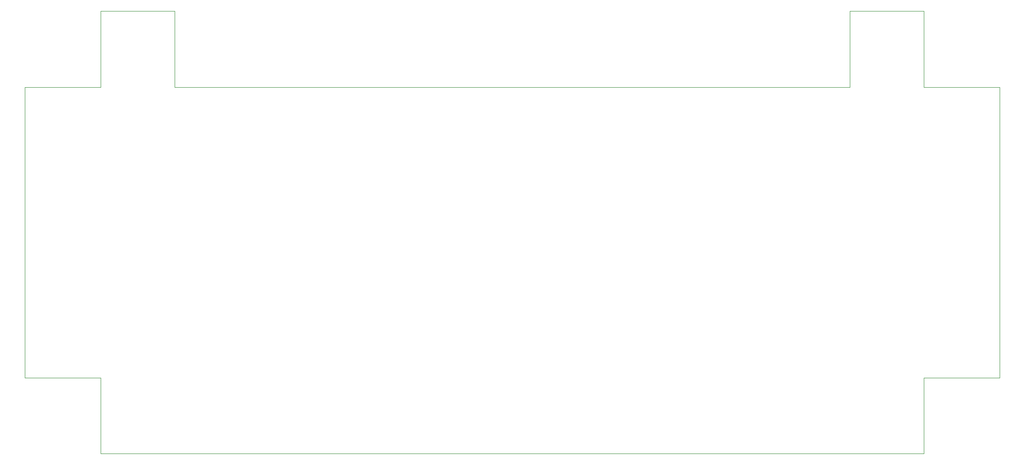
<source format=gbr>
%TF.GenerationSoftware,KiCad,Pcbnew,(6.0.4)*%
%TF.CreationDate,2022-04-26T18:03:51+09:00*%
%TF.ProjectId,hatchet36lp_pcb,68617463-6865-4743-9336-6c705f706362,rev?*%
%TF.SameCoordinates,Original*%
%TF.FileFunction,Profile,NP*%
%FSLAX46Y46*%
G04 Gerber Fmt 4.6, Leading zero omitted, Abs format (unit mm)*
G04 Created by KiCad (PCBNEW (6.0.4)) date 2022-04-26 18:03:51*
%MOMM*%
%LPD*%
G01*
G04 APERTURE LIST*
%TA.AperFunction,Profile*%
%ADD10C,0.100000*%
%TD*%
G04 APERTURE END LIST*
D10*
X202200000Y-50200000D02*
X202200000Y-36200000D01*
X64200000Y-117800000D02*
X215800000Y-117800000D01*
X215800000Y-50200000D02*
X229800000Y-50200000D01*
X215800000Y-117800000D02*
X215800000Y-103800000D01*
X215800000Y-36200000D02*
X215800000Y-50200000D01*
X202200000Y-36200000D02*
X215800000Y-36200000D01*
X64200000Y-103800000D02*
X64200000Y-117800000D01*
X77800000Y-36200000D02*
X77800000Y-50200000D01*
X64200000Y-50200000D02*
X64200000Y-36200000D01*
X77800000Y-50200000D02*
X202200000Y-50200000D01*
X50200000Y-103800000D02*
X64200000Y-103800000D01*
X50200000Y-50200000D02*
X64200000Y-50200000D01*
X229800000Y-103800000D02*
X229800000Y-50200000D01*
X215800000Y-103800000D02*
X229800000Y-103800000D01*
X64200000Y-36200000D02*
X77800000Y-36200000D01*
X50200000Y-50200000D02*
X50200000Y-103800000D01*
M02*

</source>
